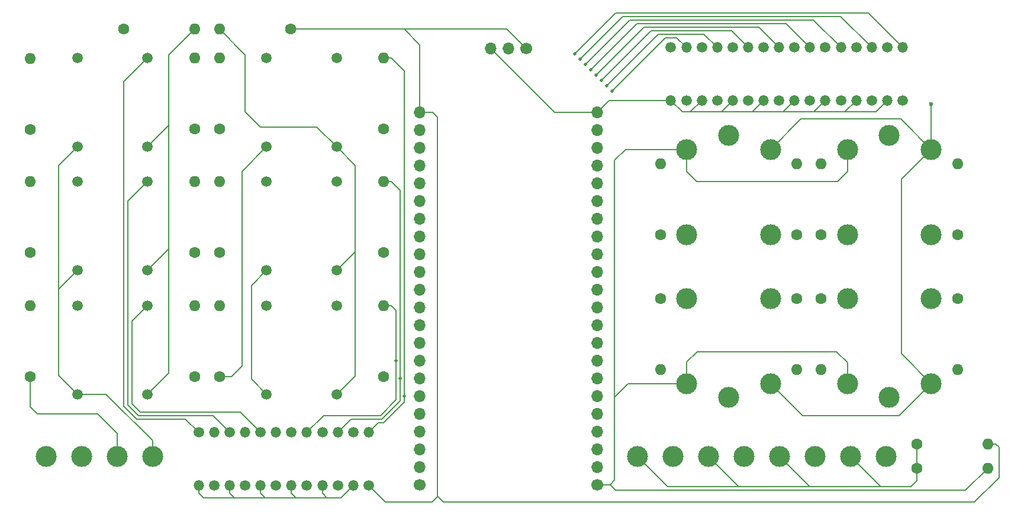
<source format=gbr>
%TF.GenerationSoftware,KiCad,Pcbnew,7.0.10*%
%TF.CreationDate,2024-03-07T15:45:00-03:00*%
%TF.ProjectId,board_THT - Copia,626f6172-645f-4544-9854-202d20436f70,rev?*%
%TF.SameCoordinates,Original*%
%TF.FileFunction,Copper,L2,Bot*%
%TF.FilePolarity,Positive*%
%FSLAX46Y46*%
G04 Gerber Fmt 4.6, Leading zero omitted, Abs format (unit mm)*
G04 Created by KiCad (PCBNEW 7.0.10) date 2024-03-07 15:45:00*
%MOMM*%
%LPD*%
G01*
G04 APERTURE LIST*
%TA.AperFunction,ComponentPad*%
%ADD10C,1.700000*%
%TD*%
%TA.AperFunction,ComponentPad*%
%ADD11O,1.700000X1.700000*%
%TD*%
%TA.AperFunction,ComponentPad*%
%ADD12C,1.600000*%
%TD*%
%TA.AperFunction,ComponentPad*%
%ADD13O,1.600000X1.600000*%
%TD*%
%TA.AperFunction,ComponentPad*%
%ADD14C,1.500000*%
%TD*%
%TA.AperFunction,ComponentPad*%
%ADD15O,1.500000X1.500000*%
%TD*%
%TA.AperFunction,ComponentPad*%
%ADD16C,3.000000*%
%TD*%
%TA.AperFunction,ComponentPad*%
%ADD17C,1.508000*%
%TD*%
%TA.AperFunction,ViaPad*%
%ADD18C,0.600000*%
%TD*%
%TA.AperFunction,ViaPad*%
%ADD19C,0.500000*%
%TD*%
%TA.AperFunction,Conductor*%
%ADD20C,0.200000*%
%TD*%
G04 APERTURE END LIST*
D10*
%TO.P,SW1,1,A*%
%TO.N,VCC*%
X119085000Y-45500000D03*
D11*
%TO.P,SW1,2,B*%
%TO.N,Select_Current*%
X116545000Y-45500000D03*
%TO.P,SW1,3,C*%
%TO.N,GND*%
X114005000Y-45500000D03*
%TD*%
D12*
%TO.P,R24,1*%
%TO.N,V_Ref_Current*%
X174904400Y-105587800D03*
D13*
%TO.P,R24,2*%
%TO.N,GND*%
X185064400Y-105587800D03*
%TD*%
D12*
%TO.P,R23,1*%
%TO.N,V_Ref_Current*%
X174904400Y-102108000D03*
D13*
%TO.P,R23,2*%
%TO.N,VCC*%
X185064400Y-102108000D03*
%TD*%
D14*
%TO.P,DZ10,1,K*%
%TO.N,VCC*%
X168478200Y-52954000D03*
D15*
%TO.P,DZ10,2,A*%
%TO.N,Current_N_300A*%
X168478200Y-45334000D03*
%TD*%
D14*
%TO.P,DZ12,1,K*%
%TO.N,VCC*%
X172897800Y-52954000D03*
D15*
%TO.P,DZ12,2,A*%
%TO.N,Current_N_90A*%
X172897800Y-45334000D03*
%TD*%
D14*
%TO.P,DZ9,1,K*%
%TO.N,Current_N_300A*%
X166268400Y-45334000D03*
D15*
%TO.P,DZ9,2,A*%
%TO.N,GND*%
X166268400Y-52954000D03*
%TD*%
D14*
%TO.P,DZ11,1,K*%
%TO.N,Current_N_90A*%
X170688000Y-45334000D03*
D15*
%TO.P,DZ11,2,A*%
%TO.N,GND*%
X170688000Y-52954000D03*
%TD*%
D14*
%TO.P,DZ2,1,K*%
%TO.N,VCC*%
X141960600Y-52954000D03*
D15*
%TO.P,DZ2,2,A*%
%TO.N,Current_A_100A*%
X141960600Y-45334000D03*
%TD*%
D14*
%TO.P,DZ1,1,K*%
%TO.N,Current_A_100A*%
X139750800Y-45334000D03*
D15*
%TO.P,DZ1,2,A*%
%TO.N,GND*%
X139750800Y-52954000D03*
%TD*%
D14*
%TO.P,DZ6,1,K*%
%TO.N,VCC*%
X150799800Y-52954000D03*
D15*
%TO.P,DZ6,2,A*%
%TO.N,Current_B_100A*%
X150799800Y-45334000D03*
%TD*%
D14*
%TO.P,DZ5,1,K*%
%TO.N,Current_B_100A*%
X148590000Y-45334000D03*
D15*
%TO.P,DZ5,2,A*%
%TO.N,GND*%
X148590000Y-52954000D03*
%TD*%
D14*
%TO.P,DZ4,1,K*%
%TO.N,VCC*%
X146380200Y-52954000D03*
D15*
%TO.P,DZ4,2,A*%
%TO.N,Current_A_30A*%
X146380200Y-45334000D03*
%TD*%
D14*
%TO.P,DZ3,1,K*%
%TO.N,Current_A_30A*%
X144170400Y-45334000D03*
D15*
%TO.P,DZ3,2,A*%
%TO.N,GND*%
X144170400Y-52954000D03*
%TD*%
D14*
%TO.P,DZ7,1,K*%
%TO.N,Current_B_30A*%
X153009600Y-45334000D03*
D15*
%TO.P,DZ7,2,A*%
%TO.N,GND*%
X153009600Y-52954000D03*
%TD*%
D14*
%TO.P,DZ10,1,K*%
%TO.N,VCC*%
X159639000Y-52954000D03*
D15*
%TO.P,DZ10,2,A*%
%TO.N,Current_C_100A*%
X159639000Y-45334000D03*
%TD*%
D14*
%TO.P,DZ8,1,K*%
%TO.N,VCC*%
X155219400Y-52954000D03*
D15*
%TO.P,DZ8,2,A*%
%TO.N,Current_B_30A*%
X155219400Y-45334000D03*
%TD*%
D14*
%TO.P,DZ12,1,K*%
%TO.N,VCC*%
X164058600Y-52954000D03*
D15*
%TO.P,DZ12,2,A*%
%TO.N,Current_C_30A*%
X164058600Y-45334000D03*
%TD*%
D14*
%TO.P,DZ9,1,K*%
%TO.N,Current_C_100A*%
X157429200Y-45334000D03*
D15*
%TO.P,DZ9,2,A*%
%TO.N,GND*%
X157429200Y-52954000D03*
%TD*%
D14*
%TO.P,DZ11,1,K*%
%TO.N,Current_C_30A*%
X161848800Y-45334000D03*
D15*
%TO.P,DZ11,2,A*%
%TO.N,GND*%
X161848800Y-52954000D03*
%TD*%
D16*
%TO.P,K1,A2*%
%TO.N,GND*%
X142000200Y-93472000D03*
%TO.P,K1,A1*%
%TO.N,Select_Current*%
X154000200Y-93472000D03*
%TO.P,K1,14*%
%TO.N,Current_A_30A*%
X154000200Y-81272000D03*
%TO.P,K1,12*%
%TO.N,Current_A_100A*%
X142000200Y-81272000D03*
%TO.P,K1,11*%
%TO.N,Current_A*%
X148000200Y-95472000D03*
%TD*%
%TO.P,K1,A2*%
%TO.N,Select_Current*%
X176987200Y-59944000D03*
%TO.P,K1,A1*%
%TO.N,GND*%
X164987200Y-59944000D03*
%TO.P,K1,14*%
%TO.N,Current_C_30A*%
X164987200Y-72144000D03*
%TO.P,K1,12*%
%TO.N,Current_C_100A*%
X176987200Y-72144000D03*
%TO.P,K1,11*%
%TO.N,Current_C*%
X170987200Y-57944000D03*
%TD*%
D13*
%TO.P,R21,2*%
%TO.N,V_Ref_Current*%
X161219000Y-61984000D03*
D12*
%TO.P,R21,1*%
%TO.N,Current_C_30A*%
X161219000Y-72144000D03*
%TD*%
%TO.P,R22,1*%
%TO.N,Current_C_100A*%
X180755400Y-72144000D03*
D13*
%TO.P,R22,2*%
%TO.N,V_Ref_Current*%
X180755400Y-61984000D03*
%TD*%
D16*
%TO.P,K1,A2*%
%TO.N,Select_Current*%
X154000200Y-59944000D03*
%TO.P,K1,A1*%
%TO.N,GND*%
X142000200Y-59944000D03*
%TO.P,K1,14*%
%TO.N,Current_N_90A*%
X142000200Y-72144000D03*
%TO.P,K1,12*%
%TO.N,Current_N_300A*%
X154000200Y-72144000D03*
%TO.P,K1,11*%
%TO.N,Current_N*%
X148000200Y-57944000D03*
%TD*%
D13*
%TO.P,R19,2*%
%TO.N,V_Ref_Current*%
X138232000Y-61984000D03*
D12*
%TO.P,R19,1*%
%TO.N,Current_N_90A*%
X138232000Y-72144000D03*
%TD*%
D13*
%TO.P,R20,2*%
%TO.N,V_Ref_Current*%
X157768400Y-61984000D03*
D12*
%TO.P,R20,1*%
%TO.N,Current_N_300A*%
X157768400Y-72144000D03*
%TD*%
D16*
%TO.P,K1,A2*%
%TO.N,GND*%
X164987200Y-93472000D03*
%TO.P,K1,A1*%
%TO.N,Select_Current*%
X176987200Y-93472000D03*
%TO.P,K1,14*%
%TO.N,Current_B_30A*%
X176987200Y-81272000D03*
%TO.P,K1,12*%
%TO.N,Current_B_100A*%
X164987200Y-81272000D03*
%TO.P,K1,11*%
%TO.N,Current_B*%
X170987200Y-95472000D03*
%TD*%
D13*
%TO.P,R18,2*%
%TO.N,V_Ref_Current*%
X180755400Y-91432000D03*
D12*
%TO.P,R18,1*%
%TO.N,Current_B_30A*%
X180755400Y-81272000D03*
%TD*%
D13*
%TO.P,R17,2*%
%TO.N,V_Ref_Current*%
X161219000Y-91432000D03*
D12*
%TO.P,R17,1*%
%TO.N,Current_B_100A*%
X161219000Y-81272000D03*
%TD*%
D13*
%TO.P,R16,2*%
%TO.N,V_Ref_Current*%
X157768400Y-91432000D03*
D12*
%TO.P,R16,1*%
%TO.N,Current_A_30A*%
X157768400Y-81272000D03*
%TD*%
D13*
%TO.P,R15,2*%
%TO.N,V_Ref_Current*%
X138232000Y-91432000D03*
D12*
%TO.P,R15,1*%
%TO.N,Current_A_100A*%
X138232000Y-81272000D03*
%TD*%
D16*
%TO.P,ST1,2,Pin_2*%
%TO.N,Current_N*%
X170561000Y-103911400D03*
%TO.P,ST1,1,Pin_1*%
%TO.N,V_Ref_Current*%
X165481000Y-103911400D03*
%TD*%
%TO.P,ST1,1,Pin_1*%
%TO.N,V_Ref_Current*%
X155321000Y-103911400D03*
%TO.P,ST1,2,Pin_2*%
%TO.N,Current_C*%
X160401000Y-103911400D03*
%TD*%
%TO.P,ST1,2,Pin_2*%
%TO.N,Current_B*%
X150241000Y-103911400D03*
%TO.P,ST1,1,Pin_1*%
%TO.N,V_Ref_Current*%
X145161000Y-103911400D03*
%TD*%
%TO.P,ST1,2,Pin_2*%
%TO.N,Current_A*%
X140081000Y-103911400D03*
%TO.P,ST1,1,Pin_1*%
%TO.N,V_Ref_Current*%
X135001000Y-103911400D03*
%TD*%
D11*
%TO.P,ESP32-S3_FRONT1,22,Pin_22*%
%TO.N,VCC*%
X103835201Y-54635401D03*
%TO.P,ESP32-S3_FRONT1,21,Pin_21*%
%TO.N,N/C*%
X103835201Y-57175401D03*
%TO.P,ESP32-S3_FRONT1,20,Pin_20*%
X103835201Y-59715401D03*
%TO.P,ESP32-S3_FRONT1,19,Pin_19*%
X103835201Y-62255401D03*
%TO.P,ESP32-S3_FRONT1,18,Pin_18*%
X103835201Y-64795401D03*
%TO.P,ESP32-S3_FRONT1,17,Pin_17*%
%TO.N,Select_Current*%
X103835201Y-67335401D03*
%TO.P,ESP32-S3_FRONT1,16,Pin_16*%
%TO.N,Current_N_90A*%
X103835201Y-69875401D03*
%TO.P,ESP32-S3_FRONT1,15,Pin_15*%
%TO.N,Current_N_300A*%
X103835201Y-72415401D03*
%TO.P,ESP32-S3_FRONT1,14,Pin_14*%
%TO.N,Current_C_30A*%
X103835201Y-74955401D03*
%TO.P,ESP32-S3_FRONT1,13,Pin_13*%
%TO.N,Current_C_100A*%
X103835201Y-77495401D03*
%TO.P,ESP32-S3_FRONT1,12,Pin_12*%
%TO.N,Current_B_30A*%
X103835201Y-80035401D03*
%TO.P,ESP32-S3_FRONT1,11,Pin_11*%
%TO.N,Current_B_100A*%
X103835201Y-82575401D03*
%TO.P,ESP32-S3_FRONT1,10,Pin_10*%
%TO.N,Current_A_30A*%
X103835201Y-85115401D03*
%TO.P,ESP32-S3_FRONT1,9,Pin_9*%
%TO.N,Current_A_100A*%
X103835201Y-87655401D03*
%TO.P,ESP32-S3_FRONT1,8,Pin_8*%
%TO.N,Line_BC_Wave*%
X103835201Y-90195401D03*
%TO.P,ESP32-S3_FRONT1,7,Pin_7*%
%TO.N,Line_AC_Wave*%
X103835201Y-92735401D03*
%TO.P,ESP32-S3_FRONT1,6,Pin_6*%
%TO.N,Line_AB_Wave*%
X103835201Y-95275401D03*
%TO.P,ESP32-S3_FRONT1,5,Pin_5*%
%TO.N,Line_A_Wave*%
X103835201Y-97815401D03*
%TO.P,ESP32-S3_FRONT1,4,Pin_4*%
%TO.N,Line_B_Wave*%
X103835201Y-100355401D03*
%TO.P,ESP32-S3_FRONT1,3,Pin_3*%
%TO.N,Line_C_Wave*%
X103835201Y-102895401D03*
%TO.P,ESP32-S3_FRONT1,2,Pin_2*%
%TO.N,N/C*%
X103835201Y-105435401D03*
D10*
%TO.P,ESP32-S3_FRONT1,1,Pin_1*%
%TO.N,GND*%
X103835201Y-107975401D03*
%TD*%
%TO.P,ESP32-S3_BACK1,1,Pin_1*%
%TO.N,GND*%
X129235201Y-107975401D03*
D11*
%TO.P,ESP32-S3_BACK1,2,Pin_2*%
%TO.N,N/C*%
X129235201Y-105435401D03*
%TO.P,ESP32-S3_BACK1,3,Pin_3*%
X129235201Y-102895401D03*
%TO.P,ESP32-S3_BACK1,4,Pin_4*%
X129235201Y-100355401D03*
%TO.P,ESP32-S3_BACK1,5,Pin_5*%
X129235201Y-97815401D03*
%TO.P,ESP32-S3_BACK1,6,Pin_6*%
X129235201Y-95275401D03*
%TO.P,ESP32-S3_BACK1,7,Pin_7*%
X129235201Y-92735401D03*
%TO.P,ESP32-S3_BACK1,8,Pin_8*%
X129235201Y-90195401D03*
%TO.P,ESP32-S3_BACK1,9,Pin_9*%
X129235201Y-87655401D03*
%TO.P,ESP32-S3_BACK1,10,Pin_10*%
X129235201Y-85115401D03*
%TO.P,ESP32-S3_BACK1,11,Pin_11*%
X129235201Y-82575401D03*
%TO.P,ESP32-S3_BACK1,12,Pin_12*%
X129235201Y-80035401D03*
%TO.P,ESP32-S3_BACK1,13,Pin_13*%
X129235201Y-77495401D03*
%TO.P,ESP32-S3_BACK1,14,Pin_14*%
X129235201Y-74955401D03*
%TO.P,ESP32-S3_BACK1,15,Pin_15*%
X129235201Y-72415401D03*
%TO.P,ESP32-S3_BACK1,16,Pin_16*%
X129235201Y-69875401D03*
%TO.P,ESP32-S3_BACK1,17,Pin_17*%
X129235201Y-67335401D03*
%TO.P,ESP32-S3_BACK1,18,Pin_18*%
X129235201Y-64795401D03*
%TO.P,ESP32-S3_BACK1,19,Pin_19*%
X129235201Y-62255401D03*
%TO.P,ESP32-S3_BACK1,20,Pin_20*%
X129235201Y-59715401D03*
%TO.P,ESP32-S3_BACK1,21,Pin_21*%
X129235201Y-57175401D03*
%TO.P,ESP32-S3_BACK1,22,Pin_22*%
%TO.N,GND*%
X129235201Y-54635401D03*
%TD*%
D17*
%TO.P,TP4,4*%
%TO.N,Line_AB_Wave*%
X91923401Y-46888401D03*
%TO.P,TP4,3*%
%TO.N,V_Ref_Voltage*%
X91923401Y-59588401D03*
%TO.P,TP4,2*%
%TO.N,Line_B*%
X81923401Y-59588401D03*
%TO.P,TP4,1*%
%TO.N,Line_AB_Load*%
X81923401Y-46888401D03*
%TD*%
D14*
%TO.P,DZ8,1,K*%
%TO.N,VCC*%
X87680801Y-108092401D03*
D15*
%TO.P,DZ8,2,A*%
%TO.N,Line_BC_Wave*%
X87680801Y-100472401D03*
%TD*%
D14*
%TO.P,DZ7,1,K*%
%TO.N,Line_BC_Wave*%
X85471001Y-100472401D03*
D15*
%TO.P,DZ7,2,A*%
%TO.N,GND*%
X85471001Y-108092401D03*
%TD*%
D14*
%TO.P,DZ12,1,K*%
%TO.N,VCC*%
X96520001Y-108092401D03*
D15*
%TO.P,DZ12,2,A*%
%TO.N,Line_AB_Wave*%
X96520001Y-100472401D03*
%TD*%
D14*
%TO.P,DZ11,1,K*%
%TO.N,Line_AB_Wave*%
X94310201Y-100472401D03*
D15*
%TO.P,DZ11,2,A*%
%TO.N,GND*%
X94310201Y-108092401D03*
%TD*%
D14*
%TO.P,DZ10,1,K*%
%TO.N,VCC*%
X92100401Y-108092401D03*
D15*
%TO.P,DZ10,2,A*%
%TO.N,Line_AC_Wave*%
X92100401Y-100472401D03*
%TD*%
D14*
%TO.P,DZ9,1,K*%
%TO.N,Line_AC_Wave*%
X89890601Y-100472401D03*
D15*
%TO.P,DZ9,2,A*%
%TO.N,GND*%
X89890601Y-108092401D03*
%TD*%
D12*
%TO.P,R14,1*%
%TO.N,VCC*%
X85324201Y-42697401D03*
D13*
%TO.P,R14,2*%
%TO.N,V_Ref_Voltage*%
X75164201Y-42697401D03*
%TD*%
%TO.P,R13,2*%
%TO.N,V_Ref_Voltage*%
X71603201Y-42697401D03*
D12*
%TO.P,R13,1*%
%TO.N,GND*%
X61443201Y-42697401D03*
%TD*%
D14*
%TO.P,DZ6,1,K*%
%TO.N,VCC*%
X83261201Y-108092401D03*
D15*
%TO.P,DZ6,2,A*%
%TO.N,Line_C_Wave*%
X83261201Y-100472401D03*
%TD*%
D14*
%TO.P,DZ5,1,K*%
%TO.N,Line_C_Wave*%
X81051401Y-100472401D03*
D15*
%TO.P,DZ5,2,A*%
%TO.N,GND*%
X81051401Y-108092401D03*
%TD*%
D14*
%TO.P,DZ4,1,K*%
%TO.N,VCC*%
X78841601Y-108092401D03*
D15*
%TO.P,DZ4,2,A*%
%TO.N,Line_B_Wave*%
X78841601Y-100472401D03*
%TD*%
D14*
%TO.P,DZ3,1,K*%
%TO.N,Line_B_Wave*%
X76631801Y-100472401D03*
D15*
%TO.P,DZ3,2,A*%
%TO.N,GND*%
X76631801Y-108092401D03*
%TD*%
%TO.P,DZ2,2,A*%
%TO.N,Line_A_Wave*%
X74422001Y-100472401D03*
D14*
%TO.P,DZ2,1,K*%
%TO.N,VCC*%
X74422001Y-108092401D03*
%TD*%
%TO.P,DZ1,1,K*%
%TO.N,Line_A_Wave*%
X72212201Y-100472401D03*
D15*
%TO.P,DZ1,2,A*%
%TO.N,GND*%
X72212201Y-108092401D03*
%TD*%
D12*
%TO.P,R12,1*%
%TO.N,V_Ref_Voltage*%
X98691601Y-92481401D03*
D13*
%TO.P,R12,2*%
%TO.N,Line_BC_Wave*%
X98691601Y-82321401D03*
%TD*%
D12*
%TO.P,R11,1*%
%TO.N,V_Ref_Voltage*%
X98691601Y-74701401D03*
D13*
%TO.P,R11,2*%
%TO.N,Line_AC_Wave*%
X98691601Y-64541401D03*
%TD*%
D12*
%TO.P,R10,1*%
%TO.N,V_Ref_Voltage*%
X98691601Y-57048401D03*
D13*
%TO.P,R10,2*%
%TO.N,Line_AB_Wave*%
X98691601Y-46888401D03*
%TD*%
D12*
%TO.P,R6,1*%
%TO.N,V_Ref_Voltage*%
X71607201Y-92481401D03*
D13*
%TO.P,R6,2*%
%TO.N,Line_C_Wave*%
X71607201Y-82321401D03*
%TD*%
D12*
%TO.P,R5,1*%
%TO.N,V_Ref_Voltage*%
X71607201Y-74701401D03*
D13*
%TO.P,R5,2*%
%TO.N,Line_B_Wave*%
X71607201Y-64541401D03*
%TD*%
%TO.P,R4,2*%
%TO.N,Line_A_Wave*%
X71607201Y-46888401D03*
D12*
%TO.P,R4,1*%
%TO.N,V_Ref_Voltage*%
X71607201Y-57048401D03*
%TD*%
D13*
%TO.P,R9,2*%
%TO.N,Line_BC_Load*%
X75158601Y-82321401D03*
D12*
%TO.P,R9,1*%
%TO.N,Line_B*%
X75158601Y-92481401D03*
%TD*%
D13*
%TO.P,R8,2*%
%TO.N,Line_AC_Load*%
X75158601Y-64541401D03*
D12*
%TO.P,R8,1*%
%TO.N,Line_A*%
X75158601Y-74701401D03*
%TD*%
%TO.P,R7,1*%
%TO.N,Line_A*%
X75158601Y-57048401D03*
D13*
%TO.P,R7,2*%
%TO.N,Line_AB_Load*%
X75158601Y-46888401D03*
%TD*%
D16*
%TO.P,ST2,1,Pin_1*%
%TO.N,Line_C*%
X60528200Y-103911400D03*
%TO.P,ST2,2,Pin_2*%
%TO.N,Neutral*%
X65608200Y-103911400D03*
%TD*%
%TO.P,ST1,1,Pin_1*%
%TO.N,Line_A*%
X50368200Y-103911400D03*
%TO.P,ST1,2,Pin_2*%
%TO.N,Line_B*%
X55448200Y-103911400D03*
%TD*%
D12*
%TO.P,R3,1*%
%TO.N,Line_C*%
X48074201Y-92481401D03*
D13*
%TO.P,R3,2*%
%TO.N,Line_C_Load*%
X48074201Y-82321401D03*
%TD*%
D12*
%TO.P,R2,1*%
%TO.N,Line_B*%
X48074201Y-74701401D03*
D13*
%TO.P,R2,2*%
%TO.N,Line_B_Load*%
X48074201Y-64541401D03*
%TD*%
D12*
%TO.P,R1,1*%
%TO.N,Line_A*%
X48074201Y-57051401D03*
D13*
%TO.P,R1,2*%
%TO.N,Line_A_Load*%
X48074201Y-46891401D03*
%TD*%
D17*
%TO.P,TP2,1*%
%TO.N,Line_B_Load*%
X54839001Y-64541401D03*
%TO.P,TP2,2*%
%TO.N,Neutral*%
X54839001Y-77241401D03*
%TO.P,TP2,3*%
%TO.N,V_Ref_Voltage*%
X64839001Y-77241401D03*
%TO.P,TP2,4*%
%TO.N,Line_B_Wave*%
X64839001Y-64541401D03*
%TD*%
%TO.P,TP3,1*%
%TO.N,Line_C_Load*%
X54839001Y-82321401D03*
%TO.P,TP3,2*%
%TO.N,Neutral*%
X54839001Y-95021401D03*
%TO.P,TP3,3*%
%TO.N,V_Ref_Voltage*%
X64839001Y-95021401D03*
%TO.P,TP3,4*%
%TO.N,Line_C_Wave*%
X64839001Y-82321401D03*
%TD*%
%TO.P,TP5,4*%
%TO.N,Line_AC_Wave*%
X91923401Y-64541401D03*
%TO.P,TP5,3*%
%TO.N,V_Ref_Voltage*%
X91923401Y-77241401D03*
%TO.P,TP5,2*%
%TO.N,Line_C*%
X81923401Y-77241401D03*
%TO.P,TP5,1*%
%TO.N,Line_AC_Load*%
X81923401Y-64541401D03*
%TD*%
%TO.P,TP6,4*%
%TO.N,Line_BC_Wave*%
X91923401Y-82321401D03*
%TO.P,TP6,3*%
%TO.N,V_Ref_Voltage*%
X91923401Y-95021401D03*
%TO.P,TP6,2*%
%TO.N,Line_C*%
X81923401Y-95021401D03*
%TO.P,TP6,1*%
%TO.N,Line_BC_Load*%
X81923401Y-82321401D03*
%TD*%
%TO.P,TP1,1*%
%TO.N,Line_A_Load*%
X54839001Y-46888401D03*
%TO.P,TP1,2*%
%TO.N,Neutral*%
X54839001Y-59588401D03*
%TO.P,TP1,3*%
%TO.N,V_Ref_Voltage*%
X64839001Y-59588401D03*
%TO.P,TP1,4*%
%TO.N,Line_A_Wave*%
X64839001Y-46888401D03*
%TD*%
D18*
%TO.N,Select_Current*%
X176987200Y-53467000D03*
D19*
%TO.N,Current_N_90A*%
X125984000Y-46228000D03*
%TO.N,Current_A_30A*%
X130556000Y-50800000D03*
%TO.N,Current_N_300A*%
X126746000Y-46990000D03*
%TO.N,Current_C_100A*%
X128270000Y-48514000D03*
%TO.N,Current_C_30A*%
X127515909Y-47744091D03*
%TO.N,Current_B_100A*%
X129794000Y-50038000D03*
%TO.N,Current_B_30A*%
X129039909Y-49268091D03*
%TO.N,Current_A_100A*%
X131310091Y-51569909D03*
%TO.N,Line_BC_Wave*%
X100457001Y-90195401D03*
%TO.N,Line_AC_Wave*%
X101015801Y-92735401D03*
%TO.N,Line_AB_Wave*%
X101574601Y-95275401D03*
%TD*%
D20*
%TO.N,VCC*%
X186207400Y-102108000D02*
X185064400Y-102108000D01*
X183184800Y-110439200D02*
X186690000Y-106934000D01*
X186690000Y-102590600D02*
X186207400Y-102108000D01*
X106375201Y-109626401D02*
X107188000Y-110439200D01*
X107188000Y-110439200D02*
X183184800Y-110439200D01*
X186690000Y-106934000D02*
X186690000Y-102590600D01*
X106375201Y-108940601D02*
X106375201Y-109626401D01*
%TO.N,Neutral*%
X65608200Y-101650800D02*
X58978801Y-95021401D01*
X65608200Y-103911400D02*
X65608200Y-101650800D01*
X58978801Y-95021401D02*
X54839001Y-95021401D01*
%TO.N,Line_C*%
X57734201Y-97815401D02*
X49098201Y-97815401D01*
X49098201Y-97815401D02*
X48074201Y-96791401D01*
X48074201Y-96791401D02*
X48074201Y-92481401D01*
X60528200Y-100609400D02*
X57734201Y-97815401D01*
X60528200Y-103911400D02*
X60528200Y-100609400D01*
%TO.N,GND*%
X131699000Y-61518800D02*
X133273800Y-59944000D01*
X131699000Y-95423000D02*
X131699000Y-61518800D01*
X133273800Y-59944000D02*
X142000200Y-59944000D01*
%TO.N,Select_Current*%
X172720000Y-89204800D02*
X176987200Y-93472000D01*
X176987200Y-59944000D02*
X172720000Y-64211200D01*
X172720000Y-64211200D02*
X172720000Y-89204800D01*
X176987200Y-53467000D02*
X176987200Y-59944000D01*
%TO.N,VCC*%
X116282401Y-42697401D02*
X101574602Y-42697401D01*
X119085000Y-45500000D02*
X116282401Y-42697401D01*
%TO.N,GND*%
X114005000Y-45500000D02*
X123140401Y-54635401D01*
X123140401Y-54635401D02*
X129235201Y-54635401D01*
%TO.N,VCC*%
X103835201Y-44958000D02*
X101574602Y-42697401D01*
X103835201Y-54635401D02*
X103835201Y-44958000D01*
X101574602Y-42697401D02*
X85324201Y-42697401D01*
%TO.N,Select_Current*%
X172618400Y-55575200D02*
X176987200Y-59944000D01*
X158369000Y-55575200D02*
X172618400Y-55575200D01*
X154000200Y-59944000D02*
X158369000Y-55575200D01*
X172415200Y-98044000D02*
X176987200Y-93472000D01*
X158572200Y-98044000D02*
X172415200Y-98044000D01*
X154000200Y-93472000D02*
X158572200Y-98044000D01*
%TO.N,VCC*%
X98866800Y-110439200D02*
X96520001Y-108092401D01*
X105613200Y-110439200D02*
X98866800Y-110439200D01*
X106375201Y-109677199D02*
X105613200Y-110439200D01*
X106375201Y-108940601D02*
X106375201Y-109677199D01*
%TO.N,GND*%
X181914800Y-108737400D02*
X185064400Y-105587800D01*
X131800598Y-108737400D02*
X181914800Y-108737400D01*
X131038599Y-107975401D02*
X131800598Y-108737400D01*
%TO.N,V_Ref_Current*%
X139293600Y-108204000D02*
X149453600Y-108204000D01*
X135001000Y-103911400D02*
X139293600Y-108204000D01*
X149453600Y-108204000D02*
X151180800Y-108204000D01*
X145161000Y-103911400D02*
X149453600Y-108204000D01*
X151180800Y-108204000D02*
X159613600Y-108204000D01*
X159613600Y-108204000D02*
X155321000Y-103911400D01*
X161340800Y-108204000D02*
X159613600Y-108204000D01*
X169773600Y-108204000D02*
X161340800Y-108204000D01*
X169773600Y-108204000D02*
X165481000Y-103911400D01*
X171500800Y-108204000D02*
X169773600Y-108204000D01*
X174904400Y-107391200D02*
X174091600Y-108204000D01*
X174091600Y-108204000D02*
X171500800Y-108204000D01*
X174904400Y-105587800D02*
X174904400Y-107391200D01*
X174904400Y-102108000D02*
X174904400Y-105587800D01*
%TO.N,GND*%
X160223200Y-54579600D02*
X160223200Y-54584600D01*
X161848800Y-52954000D02*
X160223200Y-54579600D01*
X160223200Y-54584600D02*
X169057400Y-54584600D01*
X155803600Y-54584600D02*
X160223200Y-54584600D01*
X155803600Y-54579600D02*
X155803600Y-54584600D01*
X157429200Y-52954000D02*
X155803600Y-54579600D01*
X151384000Y-54584600D02*
X155803600Y-54584600D01*
X151384000Y-54579600D02*
X151384000Y-54584600D01*
X153009600Y-52954000D02*
X151384000Y-54579600D01*
X146964400Y-54584600D02*
X151384000Y-54584600D01*
X146964400Y-54579600D02*
X146964400Y-54584600D01*
X148590000Y-52954000D02*
X146964400Y-54579600D01*
X142544800Y-54584600D02*
X146964400Y-54584600D01*
X142544800Y-54579600D02*
X142544800Y-54584600D01*
X144170400Y-52954000D02*
X142544800Y-54579600D01*
X141381400Y-54584600D02*
X142544800Y-54584600D01*
X169057400Y-54584600D02*
X170688000Y-52954000D01*
X139750800Y-52954000D02*
X141381400Y-54584600D01*
X166268400Y-52954000D02*
X164637800Y-54584600D01*
X139745800Y-52959000D02*
X139750800Y-52954000D01*
X130911602Y-52959000D02*
X139745800Y-52959000D01*
X129235201Y-54635401D02*
X130911602Y-52959000D01*
%TO.N,Current_N_90A*%
X167949800Y-40386000D02*
X172897800Y-45334000D01*
X131826000Y-40386000D02*
X167949800Y-40386000D01*
X125984000Y-46228000D02*
X131826000Y-40386000D01*
%TO.N,Current_N_300A*%
X164038200Y-40894000D02*
X168478200Y-45334000D01*
X126746000Y-46990000D02*
X132842000Y-40894000D01*
X132842000Y-40894000D02*
X164038200Y-40894000D01*
%TO.N,Current_C_30A*%
X160126600Y-41402000D02*
X164058600Y-45334000D01*
X133858000Y-41402000D02*
X160126600Y-41402000D01*
X127515909Y-47744091D02*
X133858000Y-41402000D01*
%TO.N,Current_C_100A*%
X156215000Y-41910000D02*
X159639000Y-45334000D01*
X134874000Y-41910000D02*
X156215000Y-41910000D01*
X128270000Y-48514000D02*
X134874000Y-41910000D01*
%TO.N,Current_B_30A*%
X152303400Y-42418000D02*
X155219400Y-45334000D01*
X129039909Y-49268091D02*
X135890000Y-42418000D01*
X135890000Y-42418000D02*
X152303400Y-42418000D01*
%TO.N,Current_B_100A*%
X148391800Y-42926000D02*
X150799800Y-45334000D01*
X129794000Y-50038000D02*
X136906000Y-42926000D01*
X136906000Y-42926000D02*
X148391800Y-42926000D01*
%TO.N,Current_A_30A*%
X137922000Y-43434000D02*
X144480200Y-43434000D01*
X130556000Y-50800000D02*
X137922000Y-43434000D01*
X144480200Y-43434000D02*
X146380200Y-45334000D01*
%TO.N,Current_A_100A*%
X140568600Y-43942000D02*
X141960600Y-45334000D01*
X138938000Y-43942000D02*
X140568600Y-43942000D01*
X131310091Y-51569909D02*
X138938000Y-43942000D01*
%TO.N,GND*%
X163576000Y-64516000D02*
X164987200Y-63104800D01*
X164987200Y-63104800D02*
X164987200Y-59944000D01*
X143408400Y-64516000D02*
X163576000Y-64516000D01*
X142000200Y-59944000D02*
X142000200Y-63107800D01*
X142000200Y-63107800D02*
X143408400Y-64516000D01*
X163449000Y-88900000D02*
X164987200Y-90438200D01*
X143510000Y-88900000D02*
X163449000Y-88900000D01*
X142000200Y-90409800D02*
X143510000Y-88900000D01*
X142000200Y-93472000D02*
X142000200Y-90409800D01*
X164987200Y-90438200D02*
X164987200Y-93472000D01*
X133650000Y-93472000D02*
X142000200Y-93472000D01*
X131699000Y-107315000D02*
X131699000Y-95423000D01*
X131038599Y-107975401D02*
X131699000Y-107315000D01*
X131699000Y-95423000D02*
X133650000Y-93472000D01*
X129235201Y-107975401D02*
X131038599Y-107975401D01*
%TO.N,Line_A_Wave*%
X63322201Y-98577401D02*
X70317201Y-98577401D01*
X61493401Y-96748601D02*
X63322201Y-98577401D01*
X61493401Y-50234001D02*
X61493401Y-96748601D01*
X70317201Y-98577401D02*
X72212201Y-100472401D01*
X64839001Y-46888401D02*
X61493401Y-50234001D01*
%TO.N,Line_B_Wave*%
X62052201Y-67328201D02*
X64839001Y-64541401D01*
X62052201Y-96545401D02*
X62052201Y-67328201D01*
X63576201Y-98069401D02*
X62052201Y-96545401D01*
X74228801Y-98069401D02*
X63576201Y-98069401D01*
X76631801Y-100472401D02*
X74228801Y-98069401D01*
%TO.N,Line_C_Wave*%
X62636401Y-84524001D02*
X64839001Y-82321401D01*
X63830201Y-97561401D02*
X62636401Y-96367601D01*
X62636401Y-96367601D02*
X62636401Y-84524001D01*
X78140401Y-97561401D02*
X63830201Y-97561401D01*
X81051401Y-100472401D02*
X78140401Y-97561401D01*
%TO.N,Line_BC_Wave*%
X100457001Y-95808801D02*
X98196401Y-98069401D01*
X90083801Y-98069401D02*
X87680801Y-100472401D01*
X100457001Y-83032601D02*
X100457001Y-95808801D01*
X99745801Y-82321401D02*
X100457001Y-83032601D01*
X98691601Y-82321401D02*
X99745801Y-82321401D01*
X98196401Y-98069401D02*
X90083801Y-98069401D01*
%TO.N,Line_AC_Wave*%
X101015801Y-95986601D02*
X98425001Y-98577401D01*
X98425001Y-98577401D02*
X93995401Y-98577401D01*
X101015801Y-65811401D02*
X101015801Y-95986601D01*
X99745801Y-64541401D02*
X101015801Y-65811401D01*
X98691601Y-64541401D02*
X99745801Y-64541401D01*
X93995401Y-98577401D02*
X92100401Y-100472401D01*
%TO.N,Line_AB_Wave*%
X99745801Y-46888401D02*
X98691601Y-46888401D01*
X101574601Y-48717201D02*
X99745801Y-46888401D01*
X101574601Y-96152773D02*
X101574601Y-48717201D01*
X98641973Y-99085401D02*
X101574601Y-96152773D01*
X96520001Y-100472401D02*
X97907001Y-99085401D01*
X97907001Y-99085401D02*
X98641973Y-99085401D01*
%TO.N,VCC*%
X106375201Y-55321201D02*
X106375201Y-108940601D01*
X105689401Y-54635401D02*
X106375201Y-55321201D01*
X103835201Y-54635401D02*
X105689401Y-54635401D01*
%TO.N,GND*%
X85471001Y-108092401D02*
X85471001Y-109169201D01*
X86131401Y-109829601D02*
X90551001Y-109829601D01*
X85471001Y-109169201D02*
X86131401Y-109829601D01*
X81711801Y-109829601D02*
X86131401Y-109829601D01*
X89890601Y-109169201D02*
X90551001Y-109829601D01*
X89890601Y-108092401D02*
X89890601Y-109169201D01*
X90551001Y-109829601D02*
X92573001Y-109829601D01*
X92573001Y-109829601D02*
X94310201Y-108092401D01*
%TO.N,V_Ref_Voltage*%
X91923401Y-59588401D02*
X94564201Y-62229201D01*
X94564201Y-62229201D02*
X94564201Y-92380601D01*
X94564201Y-92380601D02*
X91923401Y-95021401D01*
X78867001Y-54533801D02*
X81051401Y-56718201D01*
X75164201Y-42703001D02*
X78867001Y-46405801D01*
X75164201Y-42697401D02*
X75164201Y-42703001D01*
X78867001Y-46405801D02*
X78867001Y-54533801D01*
X89053201Y-56718201D02*
X91923401Y-59588401D01*
X81051401Y-56718201D02*
X89053201Y-56718201D01*
X67894201Y-56533201D02*
X64839001Y-59588401D01*
X71603201Y-42697401D02*
X67894201Y-46406401D01*
X67894201Y-46406401D02*
X67894201Y-62643601D01*
X67887001Y-74193401D02*
X64839001Y-77241401D01*
X67894201Y-74193401D02*
X67887001Y-74193401D01*
X91923401Y-77241401D02*
X94564201Y-74600601D01*
X67894201Y-80296601D02*
X67894201Y-62643601D01*
X67894201Y-91966201D02*
X67894201Y-80296601D01*
X64839001Y-95021401D02*
X67894201Y-91966201D01*
%TO.N,GND*%
X81051401Y-109169201D02*
X81711801Y-109829601D01*
X76987401Y-109829601D02*
X81711801Y-109829601D01*
X81051401Y-108092401D02*
X81051401Y-109169201D01*
X76631801Y-109169201D02*
X77292201Y-109829601D01*
X76631801Y-108092401D02*
X76631801Y-109169201D01*
X72872601Y-109829601D02*
X76987401Y-109829601D01*
X72212201Y-109169201D02*
X72872601Y-109829601D01*
X72212201Y-108092401D02*
X72212201Y-109169201D01*
%TO.N,Line_A_Wave*%
X72222201Y-100482401D02*
X72212201Y-100472401D01*
%TO.N,Line_B*%
X78409801Y-63102001D02*
X81923401Y-59588401D01*
X78409801Y-90982801D02*
X78409801Y-63102001D01*
X76911201Y-92481401D02*
X78409801Y-90982801D01*
X75158601Y-92481401D02*
X76911201Y-92481401D01*
%TO.N,Line_C*%
X79756001Y-92854001D02*
X79756001Y-79408801D01*
X79756001Y-79408801D02*
X81923401Y-77241401D01*
X81923401Y-95021401D02*
X79756001Y-92854001D01*
%TO.N,Neutral*%
X52146601Y-79933801D02*
X54839001Y-77241401D01*
X52146201Y-92328601D02*
X52146201Y-62281201D01*
X52146201Y-62281201D02*
X54839001Y-59588401D01*
X54839001Y-95021401D02*
X52146201Y-92328601D01*
%TD*%
M02*

</source>
